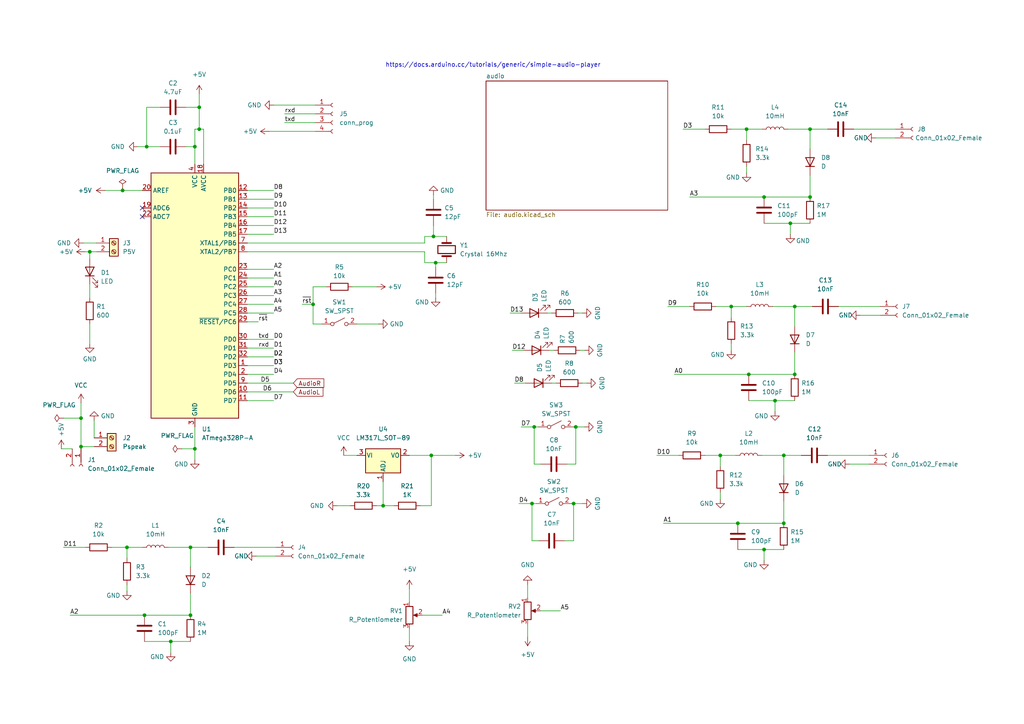
<source format=kicad_sch>
(kicad_sch (version 20211123) (generator eeschema)
  (paper "A4")
  (lib_symbols
    (symbol "Connector:Conn_01x02_Female" (pin_names (offset 1.016) hide)
      (property "Reference" "J" (at 0 2.54 0))
      (property "Value" "Conn_01x02_Female" (at 0 -5.08 0))
      (symbol "Conn_01x02_Female_1_1"
        (arc (start 0 -2.032) (mid -0.508 -2.54) (end 0 -3.048) (stroke (width 0.1524)))
        (polyline (pts (xy -1.27 -2.54) (xy -0.508 -2.54)) (stroke (width 0.1524)))
        (polyline (pts (xy -1.27 0) (xy -0.508 0)) (stroke (width 0.1524)))
        (arc (start 0 0.508) (mid -0.508 0) (end 0 -0.508) (stroke (width 0.1524)))
        (pin passive line (at -5.08 0 0) (length 3.81) (name "Pin_1") (number "1"))
        (pin passive line (at -5.08 -2.54 0) (length 3.81) (name "Pin_2") (number "2"))
      )
    )
    (symbol "Connector:Conn_01x04_Female" (pin_names (offset 1.016) hide)
      (property "Reference" "J" (at 0 5.08 0))
      (property "Value" "Conn_01x04_Female" (at 0 -7.62 0))
      (symbol "Conn_01x04_Female_1_1"
        (arc (start 0 -4.572) (mid -0.508 -5.08) (end 0 -5.588) (stroke (width 0.1524)))
        (arc (start 0 -2.032) (mid -0.508 -2.54) (end 0 -3.048) (stroke (width 0.1524)))
        (polyline (pts (xy -1.27 -5.08) (xy -0.508 -5.08)) (stroke (width 0.1524)))
        (polyline (pts (xy -1.27 -2.54) (xy -0.508 -2.54)) (stroke (width 0.1524)))
        (polyline (pts (xy -1.27 0) (xy -0.508 0)) (stroke (width 0.1524)))
        (polyline (pts (xy -1.27 2.54) (xy -0.508 2.54)) (stroke (width 0.1524)))
        (arc (start 0 0.508) (mid -0.508 0) (end 0 -0.508) (stroke (width 0.1524)))
        (arc (start 0 3.048) (mid -0.508 2.54) (end 0 2.032) (stroke (width 0.1524)))
        (pin passive line (at -5.08 2.54 0) (length 3.81) (name "Pin_1") (number "1"))
        (pin passive line (at -5.08 0 0) (length 3.81) (name "Pin_2") (number "2"))
        (pin passive line (at -5.08 -2.54 0) (length 3.81) (name "Pin_3") (number "3"))
        (pin passive line (at -5.08 -5.08 0) (length 3.81) (name "Pin_4") (number "4"))
      )
    )
    (symbol "Connector:Screw_Terminal_01x02" (pin_names (offset 1.016) hide)
      (property "Reference" "J" (at 0 2.54 0))
      (property "Value" "Screw_Terminal_01x02" (at 0 -5.08 0))
      (symbol "Screw_Terminal_01x02_1_1"
        (rectangle (start -1.27 1.27) (end 1.27 -3.81) (stroke (width 0.254)) (fill (type background)))
        (circle (center 0 -2.54) (radius 0.635) (stroke (width 0.1524)))
        (polyline (pts (xy -0.5334 -2.2098) (xy 0.3302 -3.048)) (stroke (width 0.1524)))
        (polyline (pts (xy -0.5334 0.3302) (xy 0.3302 -0.508)) (stroke (width 0.1524)))
        (polyline (pts (xy -0.3556 -2.032) (xy 0.508 -2.8702)) (stroke (width 0.1524)))
        (polyline (pts (xy -0.3556 0.508) (xy 0.508 -0.3302)) (stroke (width 0.1524)))
        (circle (center 0 0) (radius 0.635) (stroke (width 0.1524)))
        (pin passive line (at -5.08 0 0) (length 3.81) (name "Pin_1") (number "1"))
        (pin passive line (at -5.08 -2.54 0) (length 3.81) (name "Pin_2") (number "2"))
      )
    )
    (symbol "Device:C" (pin_numbers hide) (pin_names (offset 0.254))
      (property "Reference" "C" (at 0.635 2.54 0))
      (property "Value" "C" (at 0.635 -2.54 0))
      (symbol "C_0_1"
        (polyline (pts (xy -2.032 -0.762) (xy 2.032 -0.762)) (stroke (width 0.508)))
        (polyline (pts (xy -2.032 0.762) (xy 2.032 0.762)) (stroke (width 0.508)))
      )
      (symbol "C_1_1"
        (pin passive line (at 0 3.81 270) (length 2.794) (name "~") (number "1"))
        (pin passive line (at 0 -3.81 90) (length 2.794) (name "~") (number "2"))
      )
    )
    (symbol "Device:Crystal" (pin_numbers hide) (pin_names (offset 1.016) hide)
      (property "Reference" "Y" (at 0 3.81 0))
      (property "Value" "Crystal" (at 0 -3.81 0))
      (symbol "Crystal_0_1"
        (rectangle (start -1.143 2.54) (end 1.143 -2.54) (stroke (width 0.3048)))
        (polyline (pts (xy -2.54 0) (xy -1.905 0)))
        (polyline (pts (xy -1.905 -1.27) (xy -1.905 1.27)) (stroke (width 0.508)))
        (polyline (pts (xy 1.905 -1.27) (xy 1.905 1.27)) (stroke (width 0.508)))
        (polyline (pts (xy 2.54 0) (xy 1.905 0)))
      )
      (symbol "Crystal_1_1"
        (pin passive line (at -3.81 0 0) (length 1.27) (name "1") (number "1"))
        (pin passive line (at 3.81 0 180) (length 1.27) (name "2") (number "2"))
      )
    )
    (symbol "Device:D" (pin_numbers hide) (pin_names (offset 1.016) hide)
      (property "Reference" "D" (at 0 2.54 0))
      (property "Value" "D" (at 0 -2.54 0))
      (symbol "D_0_1"
        (polyline (pts (xy -1.27 1.27) (xy -1.27 -1.27)) (stroke (width 0.254)))
        (polyline (pts (xy 1.27 0) (xy -1.27 0)))
        (polyline (pts (xy 1.27 1.27) (xy 1.27 -1.27) (xy -1.27 0) (xy 1.27 1.27)) (stroke (width 0.254)))
      )
      (symbol "D_1_1"
        (pin passive line (at -3.81 0 0) (length 2.54) (name "K") (number "1"))
        (pin passive line (at 3.81 0 180) (length 2.54) (name "A") (number "2"))
      )
    )
    (symbol "Device:L" (pin_numbers hide) (pin_names (offset 1.016) hide)
      (property "Reference" "L" (at -1.27 0 90))
      (property "Value" "L" (at 1.905 0 90))
      (symbol "L_0_1"
        (arc (start 0 -2.54) (mid 0.635 -1.905) (end 0 -1.27))
        (arc (start 0 -1.27) (mid 0.635 -0.635) (end 0 0))
        (arc (start 0 0) (mid 0.635 0.635) (end 0 1.27))
        (arc (start 0 1.27) (mid 0.635 1.905) (end 0 2.54))
      )
      (symbol "L_1_1"
        (pin passive line (at 0 3.81 270) (length 1.27) (name "1") (number "1"))
        (pin passive line (at 0 -3.81 90) (length 1.27) (name "2") (number "2"))
      )
    )
    (symbol "Device:LED" (pin_numbers hide) (pin_names (offset 1.016) hide)
      (property "Reference" "D" (at 0 2.54 0))
      (property "Value" "LED" (at 0 -2.54 0))
      (symbol "LED_0_1"
        (polyline (pts (xy -1.27 -1.27) (xy -1.27 1.27)) (stroke (width 0.254)))
        (polyline (pts (xy -1.27 0) (xy 1.27 0)))
        (polyline (pts (xy 1.27 -1.27) (xy 1.27 1.27) (xy -1.27 0) (xy 1.27 -1.27)) (stroke (width 0.254)))
        (polyline (pts (xy -3.048 -0.762) (xy -4.572 -2.286) (xy -3.81 -2.286) (xy -4.572 -2.286) (xy -4.572 -1.524)))
        (polyline (pts (xy -1.778 -0.762) (xy -3.302 -2.286) (xy -2.54 -2.286) (xy -3.302 -2.286) (xy -3.302 -1.524)))
      )
      (symbol "LED_1_1"
        (pin passive line (at -3.81 0 0) (length 2.54) (name "K") (number "1"))
        (pin passive line (at 3.81 0 180) (length 2.54) (name "A") (number "2"))
      )
    )
    (symbol "Device:R" (pin_numbers hide) (pin_names (offset 0))
      (property "Reference" "R" (at 2.032 0 90))
      (property "Value" "R" (at 0 0 90))
      (symbol "R_0_1"
        (rectangle (start -1.016 -2.54) (end 1.016 2.54) (stroke (width 0.254)))
      )
      (symbol "R_1_1"
        (pin passive line (at 0 3.81 270) (length 1.27) (name "~") (number "1"))
        (pin passive line (at 0 -3.81 90) (length 1.27) (name "~") (number "2"))
      )
    )
    (symbol "Device:R_Potentiometer" (pin_names (offset 1.016) hide)
      (property "Reference" "RV" (at -4.445 0 90))
      (property "Value" "R_Potentiometer" (at -2.54 0 90))
      (symbol "R_Potentiometer_0_1"
        (polyline (pts (xy 2.54 0) (xy 1.524 0)))
        (polyline (pts (xy 1.143 0) (xy 2.286 0.508) (xy 2.286 -0.508) (xy 1.143 0)) (fill (type outline)))
        (rectangle (start 1.016 2.54) (end -1.016 -2.54) (stroke (width 0.254)))
      )
      (symbol "R_Potentiometer_1_1"
        (pin passive line (at 0 3.81 270) (length 1.27) (name "1") (number "1"))
        (pin passive line (at 3.81 0 180) (length 1.27) (name "2") (number "2"))
        (pin passive line (at 0 -3.81 90) (length 1.27) (name "3") (number "3"))
      )
    )
    (symbol "MCU_Microchip_ATmega:ATmega328P-A"
      (property "Reference" "U" (at -12.7 36.83 0))
      (property "Value" "ATmega328P-A" (at 2.54 -36.83 0))
      (symbol "ATmega328P-A_0_1"
        (rectangle (start -12.7 -35.56) (end 12.7 35.56) (stroke (width 0.254)) (fill (type background)))
      )
      (symbol "ATmega328P-A_1_1"
        (pin bidirectional line (at 15.24 -20.32 180) (length 2.54) (name "PD3") (number "1"))
        (pin bidirectional line (at 15.24 -27.94 180) (length 2.54) (name "PD6") (number "10"))
        (pin bidirectional line (at 15.24 -30.48 180) (length 2.54) (name "PD7") (number "11"))
        (pin bidirectional line (at 15.24 30.48 180) (length 2.54) (name "PB0") (number "12"))
        (pin bidirectional line (at 15.24 27.94 180) (length 2.54) (name "PB1") (number "13"))
        (pin bidirectional line (at 15.24 25.4 180) (length 2.54) (name "PB2") (number "14"))
        (pin bidirectional line (at 15.24 22.86 180) (length 2.54) (name "PB3") (number "15"))
        (pin bidirectional line (at 15.24 20.32 180) (length 2.54) (name "PB4") (number "16"))
        (pin bidirectional line (at 15.24 17.78 180) (length 2.54) (name "PB5") (number "17"))
        (pin power_in line (at 2.54 38.1 270) (length 2.54) (name "AVCC") (number "18"))
        (pin input line (at -15.24 25.4 0) (length 2.54) (name "ADC6") (number "19"))
        (pin bidirectional line (at 15.24 -22.86 180) (length 2.54) (name "PD4") (number "2"))
        (pin passive line (at -15.24 30.48 0) (length 2.54) (name "AREF") (number "20"))
        (pin passive line (at 0 -38.1 90) (length 2.54) hide (name "GND") (number "21"))
        (pin input line (at -15.24 22.86 0) (length 2.54) (name "ADC7") (number "22"))
        (pin bidirectional line (at 15.24 7.62 180) (length 2.54) (name "PC0") (number "23"))
        (pin bidirectional line (at 15.24 5.08 180) (length 2.54) (name "PC1") (number "24"))
        (pin bidirectional line (at 15.24 2.54 180) (length 2.54) (name "PC2") (number "25"))
        (pin bidirectional line (at 15.24 0 180) (length 2.54) (name "PC3") (number "26"))
        (pin bidirectional line (at 15.24 -2.54 180) (length 2.54) (name "PC4") (number "27"))
        (pin bidirectional line (at 15.24 -5.08 180) (length 2.54) (name "PC5") (number "28"))
        (pin bidirectional line (at 15.24 -7.62 180) (length 2.54) (name "~{RESET}/PC6") (number "29"))
        (pin power_in line (at 0 -38.1 90) (length 2.54) (name "GND") (number "3"))
        (pin bidirectional line (at 15.24 -12.7 180) (length 2.54) (name "PD0") (number "30"))
        (pin bidirectional line (at 15.24 -15.24 180) (length 2.54) (name "PD1") (number "31"))
        (pin bidirectional line (at 15.24 -17.78 180) (length 2.54) (name "PD2") (number "32"))
        (pin power_in line (at 0 38.1 270) (length 2.54) (name "VCC") (number "4"))
        (pin passive line (at 0 -38.1 90) (length 2.54) hide (name "GND") (number "5"))
        (pin passive line (at 0 38.1 270) (length 2.54) hide (name "VCC") (number "6"))
        (pin bidirectional line (at 15.24 15.24 180) (length 2.54) (name "XTAL1/PB6") (number "7"))
        (pin bidirectional line (at 15.24 12.7 180) (length 2.54) (name "XTAL2/PB7") (number "8"))
        (pin bidirectional line (at 15.24 -25.4 180) (length 2.54) (name "PD5") (number "9"))
      )
    )
    (symbol "Regulator_Linear:LM317L_SOT-89" (pin_names (offset 0.254))
      (property "Reference" "U" (at -3.81 3.175 0))
      (property "Value" "LM317L_SOT-89" (at 0 3.175 0))
      (symbol "LM317L_SOT-89_0_1"
        (rectangle (start -5.08 1.905) (end 5.08 -5.08) (stroke (width 0.254)) (fill (type background)))
      )
      (symbol "LM317L_SOT-89_1_1"
        (pin input line (at 0 -7.62 90) (length 2.54) (name "ADJ") (number "1"))
        (pin power_out line (at 7.62 0 180) (length 2.54) (name "VO") (number "2"))
        (pin power_in line (at -7.62 0 0) (length 2.54) (name "VI") (number "3"))
      )
    )
    (symbol "Switch:SW_SPST" (pin_names (offset 0) hide)
      (property "Reference" "SW" (at 0 3.175 0))
      (property "Value" "SW_SPST" (at 0 -2.54 0))
      (symbol "SW_SPST_0_0"
        (circle (center -2.032 0) (radius 0.508))
        (polyline (pts (xy -1.524 0.254) (xy 1.524 1.778)))
        (circle (center 2.032 0) (radius 0.508))
      )
      (symbol "SW_SPST_1_1"
        (pin passive line (at -5.08 0 0) (length 2.54) (name "A") (number "1"))
        (pin passive line (at 5.08 0 180) (length 2.54) (name "B") (number "2"))
      )
    )
    (symbol "power:+5V" (power) (pin_names (offset 0))
      (property "Value" "+5V" (at 0 3.556 0))
      (symbol "+5V_0_1"
        (polyline (pts (xy -0.762 1.27) (xy 0 2.54)))
        (polyline (pts (xy 0 0) (xy 0 2.54)))
        (polyline (pts (xy 0 2.54) (xy 0.762 1.27)))
      )
      (symbol "+5V_1_1"
        (pin power_in line (at 0 0 90) (length 0) hide (name "+5V") (number "1"))
      )
    )
    (symbol "power:GND" (power) (pin_names (offset 0))
      (property "Value" "GND" (at 0 -3.81 0))
      (symbol "GND_0_1"
        (polyline (pts (xy 0 0) (xy 0 -1.27) (xy 1.27 -1.27) (xy 0 -2.54) (xy -1.27 -1.27) (xy 0 -1.27)))
      )
      (symbol "GND_1_1"
        (pin power_in line (at 0 0 270) (length 0) hide (name "GND") (number "1"))
      )
    )
    (symbol "power:PWR_FLAG" (power) (pin_numbers hide) (pin_names (offset 0) hide)
      (property "Value" "PWR_FLAG" (at 0 3.81 0))
      (symbol "PWR_FLAG_0_0"
        (pin power_out line (at 0 0 90) (length 0) (name "pwr") (number "1"))
      )
      (symbol "PWR_FLAG_0_1"
        (polyline (pts (xy 0 0) (xy 0 1.27) (xy -1.016 1.905) (xy 0 2.54) (xy 1.016 1.905) (xy 0 1.27)))
      )
    )
    (symbol "power:VCC" (power) (pin_names (offset 0))
      (property "Value" "VCC" (at 0 3.81 0))
      (symbol "VCC_0_1"
        (polyline (pts (xy -0.762 1.27) (xy 0 2.54)))
        (polyline (pts (xy 0 0) (xy 0 2.54)))
        (polyline (pts (xy 0 2.54) (xy 0.762 1.27)))
      )
      (symbol "VCC_1_1"
        (pin power_in line (at 0 0 90) (length 0) hide (name "VCC") (number "1"))
      )
    )
  )
  (junction (at 234.95 37.465))
  (junction (at 35.56 55.245))
  (junction (at 221.615 57.15))
  (junction (at 111.125 146.685))
  (junction (at 154.94 123.825))
  (junction (at 221.615 159.385))
  (junction (at 166.37 146.05))
  (junction (at 213.995 151.765))
  (junction (at 55.245 158.75))
  (junction (at 230.505 88.9))
  (junction (at 230.505 108.585))
  (junction (at 90.805 88.265))
  (junction (at 227.33 151.765))
  (junction (at 212.09 88.9))
  (junction (at 154.305 146.05))
  (junction (at 23.495 121.285))
  (junction (at 42.545 42.545))
  (junction (at 56.515 130.175))
  (junction (at 229.235 64.77))
  (junction (at 55.245 178.435))
  (junction (at 167.005 123.825))
  (junction (at 208.915 132.08))
  (junction (at 26.035 73.025))
  (junction (at 216.535 37.465))
  (junction (at 57.785 37.465))
  (junction (at 56.515 42.545))
  (junction (at 234.95 57.15))
  (junction (at 36.83 158.75))
  (junction (at 125.095 132.08))
  (junction (at 227.33 132.08))
  (junction (at 125.73 68.58))
  (junction (at 41.91 178.435))
  (junction (at 57.785 31.115))
  (junction (at 217.17 108.585))
  (junction (at 49.53 186.055))
  (junction (at 23.495 129.54))
  (junction (at 126.365 76.2))
  (junction (at 224.79 116.205))
  (no_connect (at 41.275 60.325))
  (no_connect (at 41.275 62.865))
  (wire (pts (xy 165.735 146.05) (xy 166.37 146.05)))
  (wire (pts (xy 71.755 88.265) (xy 79.375 88.265)))
  (wire (pts (xy 26.035 93.98) (xy 26.035 99.695)))
  (wire (pts (xy 27.305 121.92) (xy 27.305 127)))
  (wire (pts (xy 208.915 132.08) (xy 213.36 132.08)))
  (wire (pts (xy 87.63 88.265) (xy 90.805 88.265)))
  (wire (pts (xy 71.755 90.805) (xy 79.375 90.805)))
  (wire (pts (xy 125.095 146.685) (xy 125.095 132.08)))
  (wire (pts (xy 41.91 186.055) (xy 49.53 186.055)))
  (wire (pts (xy 254 40.005) (xy 259.715 40.005)))
  (wire (pts (xy 26.035 82.55) (xy 26.035 86.36)))
  (wire (pts (xy 36.83 169.545) (xy 36.83 171.45)))
  (wire (pts (xy 97.79 146.685) (xy 101.6 146.685)))
  (wire (pts (xy 126.365 86.36) (xy 126.365 85.09)))
  (wire (pts (xy 123.19 73.025) (xy 123.19 76.2)))
  (wire (pts (xy 221.615 159.385) (xy 227.33 159.385)))
  (wire (pts (xy 148.59 101.6) (xy 151.765 101.6)))
  (wire (pts (xy 217.17 108.585) (xy 230.505 108.585)))
  (wire (pts (xy 56.515 130.175) (xy 56.515 133.35)))
  (wire (pts (xy 56.515 123.825) (xy 56.515 130.175)))
  (wire (pts (xy 213.995 151.765) (xy 227.33 151.765)))
  (wire (pts (xy 221.615 159.385) (xy 221.615 162.56)))
  (wire (pts (xy 243.205 88.9) (xy 255.27 88.9)))
  (wire (pts (xy 193.675 88.9) (xy 200.025 88.9)))
  (wire (pts (xy 18.415 158.75) (xy 24.765 158.75)))
  (wire (pts (xy 125.73 56.515) (xy 125.73 57.785)))
  (wire (pts (xy 71.755 85.725) (xy 79.375 85.725)))
  (wire (pts (xy 18.415 121.285) (xy 23.495 121.285)))
  (wire (pts (xy 230.505 88.9) (xy 235.585 88.9)))
  (wire (pts (xy 71.755 80.645) (xy 79.375 80.645)))
  (wire (pts (xy 24.13 70.485) (xy 27.94 70.485)))
  (wire (pts (xy 213.995 159.385) (xy 221.615 159.385)))
  (wire (pts (xy 123.19 68.58) (xy 123.19 70.485)))
  (wire (pts (xy 221.615 64.77) (xy 229.235 64.77)))
  (wire (pts (xy 82.55 33.02) (xy 91.44 33.02)))
  (wire (pts (xy 153.035 169.545) (xy 153.035 173.355)))
  (wire (pts (xy 212.09 99.695) (xy 212.09 101.6)))
  (wire (pts (xy 246.38 134.62) (xy 252.095 134.62)))
  (wire (pts (xy 159.385 101.6) (xy 160.655 101.6)))
  (wire (pts (xy 123.19 68.58) (xy 125.73 68.58)))
  (wire (pts (xy 71.755 65.405) (xy 79.375 65.405)))
  (wire (pts (xy 216.535 37.465) (xy 220.98 37.465)))
  (wire (pts (xy 71.755 116.205) (xy 79.375 116.205)))
  (wire (pts (xy 166.37 146.05) (xy 166.37 156.845)))
  (wire (pts (xy 71.755 57.785) (xy 79.375 57.785)))
  (wire (pts (xy 52.705 130.175) (xy 56.515 130.175)))
  (wire (pts (xy 216.535 48.26) (xy 216.535 50.165)))
  (wire (pts (xy 20.32 178.435) (xy 41.91 178.435)))
  (wire (pts (xy 71.755 108.585) (xy 79.375 108.585)))
  (wire (pts (xy 42.545 42.545) (xy 42.545 31.115)))
  (wire (pts (xy 212.09 88.9) (xy 216.535 88.9)))
  (wire (pts (xy 35.56 54.61) (xy 35.56 55.245)))
  (wire (pts (xy 164.465 134.62) (xy 167.005 134.62)))
  (wire (pts (xy 30.48 55.245) (xy 35.56 55.245)))
  (wire (pts (xy 55.245 158.75) (xy 60.325 158.75)))
  (wire (pts (xy 230.505 102.235) (xy 230.505 108.585)))
  (wire (pts (xy 156.845 177.165) (xy 162.56 177.165)))
  (wire (pts (xy 240.03 132.08) (xy 252.095 132.08)))
  (wire (pts (xy 123.19 76.2) (xy 126.365 76.2)))
  (wire (pts (xy 59.055 37.465) (xy 57.785 37.465)))
  (wire (pts (xy 90.805 83.185) (xy 94.615 83.185)))
  (wire (pts (xy 195.58 108.585) (xy 217.17 108.585)))
  (wire (pts (xy 227.33 132.08) (xy 232.41 132.08)))
  (wire (pts (xy 208.915 142.875) (xy 208.915 144.78)))
  (wire (pts (xy 204.47 132.08) (xy 208.915 132.08)))
  (wire (pts (xy 122.555 178.435) (xy 128.27 178.435)))
  (wire (pts (xy 154.94 123.825) (xy 156.21 123.825)))
  (wire (pts (xy 32.385 158.75) (xy 36.83 158.75)))
  (wire (pts (xy 227.33 132.08) (xy 227.33 137.795)))
  (wire (pts (xy 166.37 123.825) (xy 167.005 123.825)))
  (wire (pts (xy 55.245 158.75) (xy 55.245 164.465)))
  (wire (pts (xy 71.755 103.505) (xy 79.375 103.505)))
  (wire (pts (xy 149.225 111.125) (xy 152.4 111.125)))
  (wire (pts (xy 109.22 146.685) (xy 111.125 146.685)))
  (wire (pts (xy 126.365 76.2) (xy 129.54 76.2)))
  (wire (pts (xy 200.025 57.15) (xy 221.615 57.15)))
  (wire (pts (xy 168.91 111.125) (xy 170.18 111.125)))
  (wire (pts (xy 71.755 93.345) (xy 74.93 93.345)))
  (wire (pts (xy 208.915 132.08) (xy 208.915 135.255)))
  (wire (pts (xy 71.755 70.485) (xy 123.19 70.485)))
  (wire (pts (xy 82.55 35.56) (xy 91.44 35.56)))
  (wire (pts (xy 71.755 73.025) (xy 123.19 73.025)))
  (wire (pts (xy 217.17 116.205) (xy 224.79 116.205)))
  (wire (pts (xy 17.78 130.175) (xy 20.955 130.175)))
  (wire (pts (xy 220.98 132.08) (xy 227.33 132.08)))
  (wire (pts (xy 71.755 113.665) (xy 85.09 113.665)))
  (wire (pts (xy 111.125 146.685) (xy 111.125 139.7)))
  (wire (pts (xy 42.545 31.115) (xy 46.355 31.115)))
  (wire (pts (xy 166.37 146.05) (xy 168.91 146.05)))
  (wire (pts (xy 23.495 129.54) (xy 23.495 130.175)))
  (wire (pts (xy 224.155 88.9) (xy 230.505 88.9)))
  (wire (pts (xy 234.95 37.465) (xy 240.03 37.465)))
  (wire (pts (xy 156.21 156.845) (xy 154.305 156.845)))
  (wire (pts (xy 26.035 73.025) (xy 27.94 73.025)))
  (wire (pts (xy 71.755 100.965) (xy 79.375 100.965)))
  (wire (pts (xy 27.305 129.54) (xy 23.495 129.54)))
  (wire (pts (xy 57.785 37.465) (xy 56.515 37.465)))
  (wire (pts (xy 53.975 42.545) (xy 56.515 42.545)))
  (wire (pts (xy 234.95 50.8) (xy 234.95 57.15)))
  (wire (pts (xy 125.095 132.08) (xy 132.08 132.08)))
  (wire (pts (xy 111.125 146.685) (xy 114.3 146.685)))
  (wire (pts (xy 121.92 146.685) (xy 125.095 146.685)))
  (wire (pts (xy 229.235 64.77) (xy 234.95 64.77)))
  (wire (pts (xy 99.695 132.08) (xy 103.505 132.08)))
  (wire (pts (xy 90.805 88.265) (xy 90.805 83.185)))
  (wire (pts (xy 158.75 90.805) (xy 160.02 90.805)))
  (wire (pts (xy 23.495 116.84) (xy 23.495 121.285)))
  (wire (pts (xy 160.02 111.125) (xy 161.29 111.125)))
  (wire (pts (xy 229.235 64.77) (xy 229.235 67.945)))
  (wire (pts (xy 57.785 27.305) (xy 57.785 31.115)))
  (wire (pts (xy 212.09 37.465) (xy 216.535 37.465)))
  (wire (pts (xy 167.005 123.825) (xy 169.545 123.825)))
  (wire (pts (xy 56.515 42.545) (xy 56.515 47.625)))
  (wire (pts (xy 74.295 161.29) (xy 80.01 161.29)))
  (wire (pts (xy 147.955 90.805) (xy 151.13 90.805)))
  (wire (pts (xy 153.035 180.975) (xy 153.035 184.785)))
  (wire (pts (xy 168.275 101.6) (xy 169.545 101.6)))
  (wire (pts (xy 207.645 88.9) (xy 212.09 88.9)))
  (wire (pts (xy 198.12 37.465) (xy 204.47 37.465)))
  (wire (pts (xy 192.405 151.765) (xy 213.995 151.765)))
  (wire (pts (xy 118.745 182.245) (xy 118.745 186.055)))
  (wire (pts (xy 42.545 42.545) (xy 46.355 42.545)))
  (wire (pts (xy 228.6 37.465) (xy 234.95 37.465)))
  (wire (pts (xy 154.305 146.05) (xy 155.575 146.05)))
  (wire (pts (xy 71.755 111.125) (xy 85.09 111.125)))
  (wire (pts (xy 41.91 178.435) (xy 55.245 178.435)))
  (wire (pts (xy 71.755 106.045) (xy 79.375 106.045)))
  (wire (pts (xy 49.53 186.055) (xy 55.245 186.055)))
  (wire (pts (xy 230.505 88.9) (xy 230.505 94.615)))
  (wire (pts (xy 125.095 132.08) (xy 118.745 132.08)))
  (wire (pts (xy 59.055 47.625) (xy 59.055 37.465)))
  (wire (pts (xy 126.365 76.2) (xy 126.365 77.47)))
  (wire (pts (xy 71.755 83.185) (xy 79.375 83.185)))
  (wire (pts (xy 154.94 123.825) (xy 154.94 134.62)))
  (wire (pts (xy 156.845 134.62) (xy 154.94 134.62)))
  (wire (pts (xy 216.535 37.465) (xy 216.535 40.64)))
  (wire (pts (xy 125.73 68.58) (xy 129.54 68.58)))
  (wire (pts (xy 150.495 146.05) (xy 154.305 146.05)))
  (wire (pts (xy 224.79 116.205) (xy 224.79 119.38)))
  (wire (pts (xy 167.64 90.805) (xy 168.91 90.805)))
  (wire (pts (xy 79.375 30.48) (xy 91.44 30.48)))
  (wire (pts (xy 36.83 158.75) (xy 41.275 158.75)))
  (wire (pts (xy 49.53 186.055) (xy 49.53 189.23)))
  (wire (pts (xy 151.13 123.825) (xy 154.94 123.825)))
  (wire (pts (xy 224.79 116.205) (xy 230.505 116.205)))
  (wire (pts (xy 35.56 55.245) (xy 41.275 55.245)))
  (wire (pts (xy 102.235 83.185) (xy 109.22 83.185)))
  (wire (pts (xy 78.105 38.1) (xy 91.44 38.1)))
  (wire (pts (xy 36.83 158.75) (xy 36.83 161.925)))
  (wire (pts (xy 71.755 98.425) (xy 79.375 98.425)))
  (wire (pts (xy 53.975 31.115) (xy 57.785 31.115)))
  (wire (pts (xy 247.65 37.465) (xy 259.715 37.465)))
  (wire (pts (xy 26.035 73.025) (xy 26.035 74.93)))
  (wire (pts (xy 249.555 91.44) (xy 255.27 91.44)))
  (wire (pts (xy 190.5 132.08) (xy 196.85 132.08)))
  (wire (pts (xy 56.515 37.465) (xy 56.515 42.545)))
  (wire (pts (xy 118.745 170.815) (xy 118.745 174.625)))
  (wire (pts (xy 71.755 60.325) (xy 79.375 60.325)))
  (wire (pts (xy 23.495 121.285) (xy 23.495 129.54)))
  (wire (pts (xy 24.765 73.025) (xy 26.035 73.025)))
  (wire (pts (xy 234.95 37.465) (xy 234.95 43.18)))
  (wire (pts (xy 125.73 65.405) (xy 125.73 68.58)))
  (wire (pts (xy 57.785 31.115) (xy 57.785 37.465)))
  (wire (pts (xy 40.005 42.545) (xy 42.545 42.545)))
  (wire (pts (xy 71.755 62.865) (xy 79.375 62.865)))
  (wire (pts (xy 93.345 93.98) (xy 90.805 93.98)))
  (wire (pts (xy 48.895 158.75) (xy 55.245 158.75)))
  (wire (pts (xy 67.945 158.75) (xy 80.01 158.75)))
  (wire (pts (xy 154.305 146.05) (xy 154.305 156.845)))
  (wire (pts (xy 71.755 55.245) (xy 79.375 55.245)))
  (wire (pts (xy 103.505 93.98) (xy 109.855 93.98)))
  (wire (pts (xy 163.83 156.845) (xy 166.37 156.845)))
  (wire (pts (xy 71.755 67.945) (xy 79.375 67.945)))
  (wire (pts (xy 71.755 78.105) (xy 79.375 78.105)))
  (wire (pts (xy 167.005 123.825) (xy 167.005 134.62)))
  (wire (pts (xy 221.615 57.15) (xy 234.95 57.15)))
  (wire (pts (xy 227.33 145.415) (xy 227.33 151.765)))
  (wire (pts (xy 212.09 88.9) (xy 212.09 92.075)))
  (wire (pts (xy 90.805 93.98) (xy 90.805 88.265)))
  (wire (pts (xy 55.245 172.085) (xy 55.245 178.435)))
  (text "https://docs.arduino.cc/tutorials/generic/simple-audio-player" (at 111.76 19.685 0) (effects (font (size 1.27 1.27)) (justify left bottom)))
  (label "A0" (at 79.375 83.185 0))
  (label "D12" (at 148.59 101.6 0))
  (label "D11" (at 79.375 62.865 0))
  (label "D4" (at 150.495 146.05 0))
  (label "A4" (at 79.375 88.265 0))
  (label "A4" (at 128.27 178.435 0))
  (label "~{rst}" (at 87.63 88.265 0))
  (label "D3" (at 79.375 106.045 0))
  (label "D3" (at 79.375 106.045 0))
  (label "D13" (at 79.375 67.945 0))
  (label "A5" (at 162.56 177.165 0))
  (label "D3" (at 198.12 37.465 0))
  (label "txd" (at 74.93 98.425 0))
  (label "A3" (at 79.375 85.725 0))
  (label "D7" (at 79.375 116.205 0))
  (label "D11" (at 18.415 158.75 0))
  (label "A2" (at 20.32 178.435 0))
  (label "D4" (at 79.375 108.585 0))
  (label "D12" (at 79.375 65.405 0))
  (label "D6" (at 76.2 113.665 0))
  (label "A1" (at 192.405 151.765 0))
  (label "txd" (at 82.55 35.56 0))
  (label "D0" (at 79.375 98.425 0))
  (label "D7" (at 151.13 123.825 0))
  (label "D9" (at 79.375 57.785 0))
  (label "A3" (at 200.025 57.15 0))
  (label "A2" (at 79.375 78.105 0))
  (label "A0" (at 195.58 108.585 0))
  (label "D1" (at 79.375 100.965 0))
  (label "D5" (at 75.565 111.125 0))
  (label "D9" (at 193.675 88.9 0))
  (label "D2" (at 79.375 103.505 0))
  (label "A1" (at 79.375 80.645 0))
  (label "D8" (at 79.375 55.245 0))
  (label "~{rst}" (at 74.93 93.345 0))
  (label "D10" (at 190.5 132.08 0))
  (label "rxd" (at 82.55 33.02 0))
  (label "rxd" (at 74.93 100.965 0))
  (label "D2" (at 79.375 103.505 0))
  (label "D10" (at 79.375 60.325 0))
  (label "D8" (at 149.225 111.125 0))
  (label "A5" (at 79.375 90.805 0))
  (label "D13" (at 147.955 90.805 0))
  (global_label "AudioR" (shape input) (at 85.09 111.125 0) (property "Intersheet References" "${INTERSHEET_REFS}" (effects hide)))
  (global_label "AudioL" (shape input) (at 85.09 113.665 0) (property "Intersheet References" "${INTERSHEET_REFS}" (effects hide)))
  (symbol (lib_id "Device:C") (at 126.365 81.28 0) (unit 1)
    (property "Reference" "C6" (at 129.54 80.0099 0) (effects (justify left)))
    (property "Value" "12pF" (at 129.54 82.5499 0) (effects (justify left)))
    (property "Footprint" "Capacitor_SMD:C_0603_1608Metric_Pad1.08x0.95mm_HandSolder" (effects hide))
  )
  (symbol (lib_id "Device:D") (at 230.505 98.425 90) (unit 1)
    (property "Reference" "D7" (at 233.68 97.1549 90) (effects (justify right)))
    (property "Value" "D" (at 233.68 99.6949 90) (effects (justify right)))
    (property "Footprint" "Diode_SMD:D_0603_1608Metric_Pad1.05x0.95mm_HandSolder" (effects hide))
  )
  (symbol (lib_id "power:GND") (at 168.91 146.05 90) (unit 1)
    (property "Reference" "#PWR025" (effects hide))
    (property "Value" "GND" (at 173.355 146.05 0))
  )
  (symbol (lib_id "power:PWR_FLAG") (at 52.705 130.175 90) (unit 1)
    (property "Reference" "#FLG03" (effects hide))
    (property "Value" "PWR_FLAG" (at 51.435 126.365 90))
  )
  (symbol (lib_id "power:+5V") (at 57.785 27.305 0) (unit 1)
    (property "Reference" "#PWR012" (effects hide))
    (property "Value" "+5V" (at 57.785 21.59 0))
  )
  (symbol (lib_id "power:GND") (at 221.615 162.56 0) (unit 1)
    (property "Reference" "#PWR032" (effects hide))
    (property "Value" "GND" (at 219.71 163.8301 0) (effects (justify right)))
  )
  (symbol (lib_id "Switch:SW_SPST") (at 160.655 146.05 0) (unit 1)
    (property "Reference" "SW2" (at 160.655 139.7 0))
    (property "Value" "SW_SPST" (at 160.655 142.24 0))
    (property "Footprint" "Button_Switch_SMD:SW_Push_1P1T_NO_6x6mm_H9.5mm" (effects hide))
  )
  (symbol (lib_id "Device:LED") (at 26.035 78.74 90) (unit 1)
    (property "Reference" "D1" (at 29.21 79.0574 90) (effects (justify right)))
    (property "Value" "LED" (at 29.21 81.5974 90) (effects (justify right)))
    (property "Footprint" "LED_SMD:LED_0603_1608Metric_Pad1.05x0.95mm_HandSolder" (effects hide))
  )
  (symbol (lib_id "Device:R") (at 118.11 146.685 270) (unit 1)
    (property "Reference" "R21" (at 118.11 140.97 90))
    (property "Value" "1K" (at 118.11 143.51 90))
    (property "Footprint" "Resistor_SMD:R_0603_1608Metric_Pad0.98x0.95mm_HandSolder" (effects hide))
  )
  (symbol (lib_id "Device:R") (at 26.035 90.17 0) (unit 1)
    (property "Reference" "R1" (at 27.94 88.8999 0) (effects (justify left)))
    (property "Value" "600" (at 27.94 91.4399 0) (effects (justify left)))
    (property "Footprint" "Resistor_SMD:R_0603_1608Metric_Pad0.98x0.95mm_HandSolder" (effects hide))
  )
  (symbol (lib_id "power:GND") (at 40.005 42.545 270) (unit 1)
    (property "Reference" "#PWR09" (effects hide))
    (property "Value" "GND" (at 36.195 42.5449 90) (effects (justify right)))
  )
  (symbol (lib_id "Device:R") (at 105.41 146.685 270) (unit 1)
    (property "Reference" "R20" (at 105.41 140.97 90))
    (property "Value" "3.3k" (at 105.41 143.51 90))
    (property "Footprint" "Resistor_SMD:R_0603_1608Metric_Pad0.98x0.95mm_HandSolder" (effects hide))
  )
  (symbol (lib_id "power:GND") (at 27.305 121.92 180) (unit 1)
    (property "Reference" "#PWR06" (effects hide))
    (property "Value" "GND" (at 29.21 120.6499 0) (effects (justify right)))
  )
  (symbol (lib_id "power:GND") (at 153.035 169.545 180) (unit 1)
    (property "Reference" "#PWR023" (effects hide))
    (property "Value" "GND" (at 153.035 163.83 0))
  )
  (symbol (lib_id "Device:R") (at 28.575 158.75 90) (unit 1)
    (property "Reference" "R2" (at 28.575 152.4 90))
    (property "Value" "10k" (at 28.575 154.94 90))
    (property "Footprint" "Resistor_SMD:R_0603_1608Metric_Pad0.98x0.95mm_HandSolder" (effects hide))
  )
  (symbol (lib_id "Connector:Conn_01x02_Female") (at 264.795 37.465 0) (unit 1)
    (property "Reference" "J8" (at 266.065 37.4649 0) (effects (justify left)))
    (property "Value" "Conn_01x02_Female" (at 265.43 40.005 0) (effects (justify left)))
    (property "Footprint" "Connector_PinHeader_2.54mm:PinHeader_1x02_P2.54mm_Vertical" (effects hide))
  )
  (symbol (lib_id "power:GND") (at 169.545 101.6 90) (unit 1)
    (property "Reference" "#PWR026" (effects hide))
    (property "Value" "GND" (at 173.99 101.6 0))
  )
  (symbol (lib_id "power:+5V") (at 118.745 170.815 0) (unit 1)
    (property "Reference" "#PWR018" (effects hide))
    (property "Value" "+5V" (at 118.745 165.1 0))
  )
  (symbol (lib_id "Switch:SW_SPST") (at 98.425 93.98 0) (unit 1)
    (property "Reference" "SW1" (at 98.425 87.63 0))
    (property "Value" "SW_SPST" (at 98.425 90.17 0))
    (property "Footprint" "Button_Switch_SMD:SW_Push_1P1T_NO_6x6mm_H9.5mm" (effects hide))
  )
  (symbol (lib_id "Device:C") (at 239.395 88.9 90) (unit 1)
    (property "Reference" "C13" (at 239.395 81.28 90))
    (property "Value" "10nF" (at 239.395 83.82 90))
    (property "Footprint" "Capacitor_SMD:C_0603_1608Metric_Pad1.08x0.95mm_HandSolder" (effects hide))
  )
  (symbol (lib_id "Switch:SW_SPST") (at 161.29 123.825 0) (unit 1)
    (property "Reference" "SW3" (at 161.29 117.475 0))
    (property "Value" "SW_SPST" (at 161.29 120.015 0))
    (property "Footprint" "Button_Switch_SMD:SW_Push_1P1T_NO_6x6mm_H9.5mm" (effects hide))
  )
  (symbol (lib_id "power:+5V") (at 30.48 55.245 90) (unit 1)
    (property "Reference" "#PWR07" (effects hide))
    (property "Value" "+5V" (at 26.67 55.245 90) (effects (justify left)))
  )
  (symbol (lib_id "MCU_Microchip_ATmega:ATmega328P-A") (at 56.515 85.725 0) (unit 1)
    (property "Reference" "U1" (at 58.5344 124.46 0) (effects (justify left)))
    (property "Value" "ATmega328P-A" (at 58.5344 127 0) (effects (justify left)))
    (property "Footprint" "Package_QFP:TQFP-32_7x7mm_P0.8mm" (effects hide))
    (property "Datasheet" "http://ww1.microchip.com/downloads/en/DeviceDoc/ATmega328_P%20AVR%20MCU%20with%20picoPower%20Technology%20Data%20Sheet%2040001984A.pdf" (effects hide))
  )
  (symbol (lib_id "power:VCC") (at 23.495 116.84 0) (unit 1)
    (property "Reference" "#PWR02" (effects hide))
    (property "Value" "VCC" (at 23.495 111.76 0))
  )
  (symbol (lib_id "power:+5V") (at 78.105 38.1 90) (unit 1)
    (property "Reference" "#PWR014" (effects hide))
    (property "Value" "+5V" (at 70.485 38.1 90) (effects (justify right)))
  )
  (symbol (lib_id "power:+5V") (at 109.22 83.185 270) (unit 1)
    (property "Reference" "#PWR016" (effects hide))
    (property "Value" "+5V" (at 112.395 83.1849 90) (effects (justify left)))
  )
  (symbol (lib_id "power:GND") (at 109.855 93.98 90) (unit 1)
    (property "Reference" "#PWR017" (effects hide))
    (property "Value" "GND" (at 113.03 93.9799 90) (effects (justify right)))
  )
  (symbol (lib_id "Connector:Conn_01x02_Female") (at 85.09 158.75 0) (unit 1)
    (property "Reference" "J4" (at 86.36 158.7499 0) (effects (justify left)))
    (property "Value" "Conn_01x02_Female" (at 86.36 161.2899 0) (effects (justify left)))
    (property "Footprint" "Connector_PinHeader_2.54mm:PinHeader_1x02_P2.54mm_Vertical" (effects hide))
  )
  (symbol (lib_id "power:GND") (at 126.365 86.36 0) (unit 1)
    (property "Reference" "#PWR021" (effects hide))
    (property "Value" "GND" (at 124.46 87.6301 0) (effects (justify right)))
  )
  (symbol (lib_id "power:GND") (at 79.375 30.48 270) (unit 1)
    (property "Reference" "#PWR015" (effects hide))
    (property "Value" "GND" (at 71.755 30.48 90) (effects (justify left)))
  )
  (symbol (lib_id "power:GND") (at 216.535 50.165 0) (unit 1)
    (property "Reference" "#PWR031" (effects hide))
    (property "Value" "GND" (at 214.63 51.4351 0) (effects (justify right)))
  )
  (symbol (lib_id "power:GND") (at 118.745 186.055 0) (unit 1)
    (property "Reference" "#PWR019" (effects hide))
    (property "Value" "GND" (at 118.745 191.135 0))
  )
  (symbol (lib_id "power:GND") (at 24.13 70.485 270) (unit 1)
    (property "Reference" "#PWR03" (effects hide))
    (property "Value" "GND" (at 16.51 70.485 90) (effects (justify left)))
  )
  (symbol (lib_id "Device:C") (at 213.995 155.575 180) (unit 1)
    (property "Reference" "C9" (at 217.805 154.3049 0) (effects (justify right)))
    (property "Value" "100pF" (at 217.805 156.8449 0) (effects (justify right)))
    (property "Footprint" "Capacitor_SMD:C_0603_1608Metric_Pad1.08x0.95mm_HandSolder" (effects hide))
  )
  (symbol (lib_id "power:GND") (at 97.79 146.685 270) (unit 1)
    (property "Reference" "#PWR049" (effects hide))
    (property "Value" "GND" (at 93.98 146.6849 90) (effects (justify right)))
  )
  (symbol (lib_id "Device:L") (at 224.79 37.465 90) (unit 1)
    (property "Reference" "L4" (at 224.79 31.115 90))
    (property "Value" "10mH" (at 224.79 33.655 90))
    (property "Footprint" "Inductor_THT:L_Radial_D7.5mm_P5.00mm_Fastron_07P" (effects hide))
  )
  (symbol (lib_id "Connector:Conn_01x02_Female") (at 257.175 132.08 0) (unit 1)
    (property "Reference" "J6" (at 258.445 132.0799 0) (effects (justify left)))
    (property "Value" "Conn_01x02_Female" (at 258.445 134.6199 0) (effects (justify left)))
    (property "Footprint" "Connector_PinHeader_2.54mm:PinHeader_1x02_P2.54mm_Vertical" (effects hide))
  )
  (symbol (lib_id "Device:L") (at 217.17 132.08 90) (unit 1)
    (property "Reference" "L2" (at 217.17 125.73 90))
    (property "Value" "10mH" (at 217.17 128.27 90))
    (property "Footprint" "Inductor_THT:L_Radial_D7.5mm_P5.00mm_Fastron_07P" (effects hide))
  )
  (symbol (lib_id "Device:C") (at 160.655 134.62 90) (unit 1)
    (property "Reference" "C8" (at 160.655 127.635 90))
    (property "Value" "10nF" (at 160.655 130.175 90))
    (property "Footprint" "Capacitor_SMD:C_0603_1608Metric_Pad1.08x0.95mm_HandSolder" (effects hide))
  )
  (symbol (lib_id "power:GND") (at 246.38 134.62 270) (unit 1)
    (property "Reference" "#PWR035" (effects hide))
    (property "Value" "GND" (at 240.03 134.62 90) (effects (justify left)))
  )
  (symbol (lib_id "Device:C") (at 125.73 61.595 0) (unit 1)
    (property "Reference" "C5" (at 128.905 60.3249 0) (effects (justify left)))
    (property "Value" "12pF" (at 128.905 62.8649 0) (effects (justify left)))
    (property "Footprint" "Capacitor_SMD:C_0603_1608Metric_Pad1.08x0.95mm_HandSolder" (effects hide))
  )
  (symbol (lib_id "power:GND") (at 36.83 171.45 0) (unit 1)
    (property "Reference" "#PWR08" (effects hide))
    (property "Value" "GND" (at 34.925 172.7201 0) (effects (justify right)))
  )
  (symbol (lib_id "Device:L") (at 45.085 158.75 90) (unit 1)
    (property "Reference" "L1" (at 45.085 152.4 90))
    (property "Value" "10mH" (at 45.085 154.94 90))
    (property "Footprint" "Inductor_THT:L_Radial_D7.5mm_P5.00mm_Fastron_07P" (effects hide))
  )
  (symbol (lib_id "power:GND") (at 249.555 91.44 270) (unit 1)
    (property "Reference" "#PWR036" (effects hide))
    (property "Value" "GND" (at 243.205 91.44 90) (effects (justify left)))
  )
  (symbol (lib_id "Device:R_Potentiometer") (at 118.745 178.435 0) (unit 1)
    (property "Reference" "RV1" (at 116.84 177.1649 0) (effects (justify right)))
    (property "Value" "R_Potentiometer" (at 116.84 179.7049 0) (effects (justify right)))
    (property "Footprint" "Potentiometer_THT:Potentiometer_Bourns_PTV09A-1_Single_Vertical" (effects hide))
  )
  (symbol (lib_id "Connector:Conn_01x02_Female") (at 23.495 135.255 270) (unit 1)
    (property "Reference" "J1" (at 25.4 133.3499 90) (effects (justify left)))
    (property "Value" "Conn_01x02_Female" (at 25.4 135.8899 90) (effects (justify left)))
    (property "Footprint" "Connector_PinHeader_2.54mm:PinHeader_1x02_P2.54mm_Vertical" (effects hide))
  )
  (symbol (lib_id "Connector:Screw_Terminal_01x02") (at 32.385 127 0) (unit 1)
    (property "Reference" "J2" (at 35.56 126.9999 0) (effects (justify left)))
    (property "Value" "Pspeak" (at 35.56 129.5399 0) (effects (justify left)))
    (property "Footprint" "TerminalBlock:TerminalBlock_bornier-2_P5.08mm" (effects hide))
  )
  (symbol (lib_id "power:GND") (at 169.545 123.825 90) (unit 1)
    (property "Reference" "#PWR027" (effects hide))
    (property "Value" "GND" (at 173.99 123.825 0))
  )
  (symbol (lib_id "Device:R") (at 234.95 60.96 180) (unit 1)
    (property "Reference" "R17" (at 236.855 59.6899 0) (effects (justify right)))
    (property "Value" "1M" (at 236.855 62.2299 0) (effects (justify right)))
    (property "Footprint" "Resistor_SMD:R_0603_1608Metric_Pad0.98x0.95mm_HandSolder" (effects hide))
  )
  (symbol (lib_id "power:GND") (at 56.515 133.35 0) (unit 1)
    (property "Reference" "#PWR011" (effects hide))
    (property "Value" "GND" (at 54.61 134.6201 0) (effects (justify right)))
  )
  (symbol (lib_id "Device:R_Potentiometer") (at 153.035 177.165 0) (unit 1)
    (property "Reference" "RV2" (at 151.13 175.8949 0) (effects (justify right)))
    (property "Value" "R_Potentiometer" (at 151.13 178.4349 0) (effects (justify right)))
    (property "Footprint" "Potentiometer_THT:Potentiometer_Bourns_PTV09A-1_Single_Vertical" (effects hide))
  )
  (symbol (lib_id "Device:R") (at 208.28 37.465 90) (unit 1)
    (property "Reference" "R11" (at 208.28 31.115 90))
    (property "Value" "10k" (at 208.28 33.655 90))
    (property "Footprint" "Resistor_SMD:R_0603_1608Metric_Pad0.98x0.95mm_HandSolder" (effects hide))
  )
  (symbol (lib_id "Device:Crystal") (at 129.54 72.39 270) (unit 1)
    (property "Reference" "Y1" (at 133.35 71.1199 90) (effects (justify left)))
    (property "Value" "Crystal 16Mhz" (at 133.35 73.6599 90) (effects (justify left)))
    (property "Footprint" "cristal:ABLS16000MHz20B3HT" (effects hide))
  )
  (symbol (lib_id "Device:C") (at 50.165 42.545 270) (unit 1)
    (property "Reference" "C3" (at 50.165 35.56 90))
    (property "Value" "0.1uF" (at 50.165 38.1 90))
    (property "Footprint" "Capacitor_SMD:C_0603_1608Metric_Pad1.08x0.95mm_HandSolder" (effects hide))
  )
  (symbol (lib_id "Device:D") (at 234.95 46.99 90) (unit 1)
    (property "Reference" "D8" (at 238.125 45.7199 90) (effects (justify right)))
    (property "Value" "D" (at 238.125 48.2599 90) (effects (justify right)))
    (property "Footprint" "Diode_SMD:D_0603_1608Metric_Pad1.05x0.95mm_HandSolder" (effects hide))
  )
  (symbol (lib_id "Device:L") (at 220.345 88.9 90) (unit 1)
    (property "Reference" "L3" (at 220.345 82.55 90))
    (property "Value" "10mH" (at 220.345 85.09 90))
    (property "Footprint" "Inductor_THT:L_Radial_D7.5mm_P5.00mm_Fastron_07P" (effects hide))
  )
  (symbol (lib_id "Device:C") (at 41.91 182.245 180) (unit 1)
    (property "Reference" "C1" (at 45.72 180.9749 0) (effects (justify right)))
    (property "Value" "100pF" (at 45.72 183.5149 0) (effects (justify right)))
    (property "Footprint" "Capacitor_SMD:C_0603_1608Metric_Pad1.08x0.95mm_HandSolder" (effects hide))
  )
  (symbol (lib_id "power:GND") (at 208.915 144.78 0) (unit 1)
    (property "Reference" "#PWR029" (effects hide))
    (property "Value" "GND" (at 207.01 146.0501 0) (effects (justify right)))
  )
  (symbol (lib_id "power:+5V") (at 153.035 184.785 180) (unit 1)
    (property "Reference" "#PWR022" (effects hide))
    (property "Value" "+5V" (at 153.035 189.865 0))
  )
  (symbol (lib_id "Device:R") (at 212.09 95.885 180) (unit 1)
    (property "Reference" "R13" (at 214.63 94.6149 0) (effects (justify right)))
    (property "Value" "3.3k" (at 214.63 97.1549 0) (effects (justify right)))
    (property "Footprint" "Resistor_SMD:R_0603_1608Metric_Pad0.98x0.95mm_HandSolder" (effects hide))
  )
  (symbol (lib_id "Device:R") (at 203.835 88.9 90) (unit 1)
    (property "Reference" "R10" (at 203.835 82.55 90))
    (property "Value" "10k" (at 203.835 85.09 90))
    (property "Footprint" "Resistor_SMD:R_0603_1608Metric_Pad0.98x0.95mm_HandSolder" (effects hide))
  )
  (symbol (lib_id "Connector:Conn_01x04_Female") (at 96.52 33.02 0) (unit 1)
    (property "Reference" "J5" (at 98.425 33.0199 0) (effects (justify left)))
    (property "Value" "conn_prog" (at 98.425 35.5599 0) (effects (justify left)))
    (property "Footprint" "Connector_PinHeader_2.54mm:PinHeader_1x04_P2.54mm_Vertical" (effects hide))
  )
  (symbol (lib_id "Device:R") (at 164.465 101.6 90) (unit 1)
    (property "Reference" "R7" (at 163.1949 99.695 0) (effects (justify left)))
    (property "Value" "600" (at 165.7349 99.695 0) (effects (justify left)))
    (property "Footprint" "Resistor_SMD:R_0603_1608Metric_Pad0.98x0.95mm_HandSolder" (effects hide))
  )
  (symbol (lib_id "power:GND") (at 254 40.005 270) (unit 1)
    (property "Reference" "#PWR037" (effects hide))
    (property "Value" "GND" (at 247.65 40.005 90) (effects (justify left)))
  )
  (symbol (lib_id "power:PWR_FLAG") (at 18.415 121.285 90) (unit 1)
    (property "Reference" "#FLG01" (effects hide))
    (property "Value" "PWR_FLAG" (at 17.145 117.475 90))
  )
  (symbol (lib_id "power:GND") (at 229.235 67.945 0) (unit 1)
    (property "Reference" "#PWR034" (effects hide))
    (property "Value" "GND" (at 234.95 69.85 0) (effects (justify right)))
  )
  (symbol (lib_id "power:VCC") (at 99.695 132.08 0) (unit 1)
    (property "Reference" "#PWR050" (effects hide))
    (property "Value" "VCC" (at 99.695 127 0))
  )
  (symbol (lib_id "Device:C") (at 50.165 31.115 270) (unit 1)
    (property "Reference" "C2" (at 50.165 24.13 90))
    (property "Value" "4.7uF" (at 50.165 26.67 90))
    (property "Footprint" "Capacitor_SMD:C_0603_1608Metric_Pad1.08x0.95mm_HandSolder" (effects hide))
  )
  (symbol (lib_id "Device:C") (at 160.02 156.845 90) (unit 1)
    (property "Reference" "C7" (at 160.02 149.225 90))
    (property "Value" "10nF" (at 160.02 151.765 90))
    (property "Footprint" "Capacitor_SMD:C_0603_1608Metric_Pad1.08x0.95mm_HandSolder" (effects hide))
  )
  (symbol (lib_id "Device:R") (at 208.915 139.065 180) (unit 1)
    (property "Reference" "R12" (at 211.455 137.7949 0) (effects (justify right)))
    (property "Value" "3.3k" (at 211.455 140.3349 0) (effects (justify right)))
    (property "Footprint" "Resistor_SMD:R_0603_1608Metric_Pad0.98x0.95mm_HandSolder" (effects hide))
  )
  (symbol (lib_id "Device:R") (at 55.245 182.245 180) (unit 1)
    (property "Reference" "R4" (at 57.15 180.9749 0) (effects (justify right)))
    (property "Value" "1M" (at 57.15 183.5149 0) (effects (justify right)))
    (property "Footprint" "Resistor_SMD:R_0603_1608Metric_Pad0.98x0.95mm_HandSolder" (effects hide))
  )
  (symbol (lib_id "Device:D") (at 55.245 168.275 90) (unit 1)
    (property "Reference" "D2" (at 58.42 167.0049 90) (effects (justify right)))
    (property "Value" "D" (at 58.42 169.5449 90) (effects (justify right)))
    (property "Footprint" "Diode_SMD:D_0603_1608Metric_Pad1.05x0.95mm_HandSolder" (effects hide))
  )
  (symbol (lib_id "Device:R") (at 163.83 90.805 90) (unit 1)
    (property "Reference" "R6" (at 163.83 85.09 90))
    (property "Value" "600" (at 163.83 87.63 90))
    (property "Footprint" "Resistor_SMD:R_0603_1608Metric_Pad0.98x0.95mm_HandSolder" (effects hide))
  )
  (symbol (lib_id "power:GND") (at 125.73 56.515 180) (unit 1)
    (property "Reference" "#PWR020" (effects hide))
    (property "Value" "GND" (at 127.635 55.2449 0) (effects (justify right)))
  )
  (symbol (lib_id "power:GND") (at 74.295 161.29 270) (unit 1)
    (property "Reference" "#PWR013" (effects hide))
    (property "Value" "GND" (at 67.945 161.29 90) (effects (justify left)))
  )
  (symbol (lib_id "Device:R") (at 216.535 44.45 180) (unit 1)
    (property "Reference" "R14" (at 219.075 43.1799 0) (effects (justify right)))
    (property "Value" "3.3k" (at 219.075 45.7199 0) (effects (justify right)))
    (property "Footprint" "Resistor_SMD:R_0603_1608Metric_Pad0.98x0.95mm_HandSolder" (effects hide))
  )
  (symbol (lib_id "Regulator_Linear:LM317L_SOT-89") (at 111.125 132.08 0) (unit 1)
    (property "Reference" "U4" (at 111.125 124.46 0))
    (property "Value" "LM317L_SOT-89" (at 111.125 127 0))
    (property "Footprint" "Package_TO_SOT_SMD:SOT-89-3" (effects hide))
    (property "Datasheet" "http://www.ti.com/lit/ds/symlink/lm317l.pdf" (effects hide))
  )
  (symbol (lib_id "Device:R") (at 230.505 112.395 180) (unit 1)
    (property "Reference" "R16" (at 232.41 111.1249 0) (effects (justify right)))
    (property "Value" "1M" (at 232.41 113.6649 0) (effects (justify right)))
    (property "Footprint" "Resistor_SMD:R_0603_1608Metric_Pad0.98x0.95mm_HandSolder" (effects hide))
  )
  (symbol (lib_id "Device:LED") (at 156.21 111.125 180) (unit 1)
    (property "Reference" "D5" (at 156.5274 107.95 90) (effects (justify right)))
    (property "Value" "LED" (at 159.0674 107.95 90) (effects (justify right)))
    (property "Footprint" "LED_SMD:LED_0603_1608Metric_Pad1.05x0.95mm_HandSolder" (effects hide))
  )
  (symbol (lib_id "Device:R") (at 227.33 155.575 180) (unit 1)
    (property "Reference" "R15" (at 229.235 154.3049 0) (effects (justify right)))
    (property "Value" "1M" (at 229.235 156.8449 0) (effects (justify right)))
    (property "Footprint" "Resistor_SMD:R_0603_1608Metric_Pad0.98x0.95mm_HandSolder" (effects hide))
  )
  (symbol (lib_id "power:GND") (at 224.79 119.38 0) (unit 1)
    (property "Reference" "#PWR033" (effects hide))
    (property "Value" "GND" (at 222.885 120.6501 0) (effects (justify right)))
  )
  (symbol (lib_id "power:GND") (at 170.18 111.125 90) (unit 1)
    (property "Reference" "#PWR028" (effects hide))
    (property "Value" "GND" (at 174.625 111.125 0))
  )
  (symbol (lib_id "Device:LED") (at 155.575 101.6 180) (unit 1)
    (property "Reference" "D4" (at 155.8924 98.425 90) (effects (justify right)))
    (property "Value" "LED" (at 158.4324 98.425 90) (effects (justify right)))
    (property "Footprint" "LED_SMD:LED_0603_1608Metric_Pad1.05x0.95mm_HandSolder" (effects hide))
  )
  (symbol (lib_id "power:GND") (at 168.91 90.805 90) (unit 1)
    (property "Reference" "#PWR024" (effects hide))
    (property "Value" "GND" (at 173.355 90.805 0))
  )
  (symbol (lib_id "Connector:Conn_01x02_Female") (at 260.35 88.9 0) (unit 1)
    (property "Reference" "J7" (at 261.62 88.8999 0) (effects (justify left)))
    (property "Value" "Conn_01x02_Female" (at 261.62 91.4399 0) (effects (justify left)))
    (property "Footprint" "Connector_PinHeader_2.54mm:PinHeader_1x02_P2.54mm_Vertical" (effects hide))
  )
  (symbol (lib_id "Device:LED") (at 154.94 90.805 180) (unit 1)
    (property "Reference" "D3" (at 155.2574 87.63 90) (effects (justify right)))
    (property "Value" "LED" (at 157.7974 87.63 90) (effects (justify right)))
    (property "Footprint" "LED_SMD:LED_0603_1608Metric_Pad1.05x0.95mm_HandSolder" (effects hide))
  )
  (symbol (lib_id "power:GND") (at 212.09 101.6 0) (unit 1)
    (property "Reference" "#PWR030" (effects hide))
    (property "Value" "GND" (at 210.185 102.8701 0) (effects (justify right)))
  )
  (symbol (lib_id "Device:C") (at 221.615 60.96 180) (unit 1)
    (property "Reference" "C11" (at 225.425 59.6899 0) (effects (justify right)))
    (property "Value" "100pF" (at 225.425 62.2299 0) (effects (justify right)))
    (property "Footprint" "Capacitor_SMD:C_0603_1608Metric_Pad1.08x0.95mm_HandSolder" (effects hide))
  )
  (symbol (lib_id "Device:R") (at 98.425 83.185 90) (unit 1)
    (property "Reference" "R5" (at 98.425 77.47 90))
    (property "Value" "10k" (at 98.425 80.01 90))
    (property "Footprint" "Resistor_SMD:R_0603_1608Metric_Pad0.98x0.95mm_HandSolder" (effects hide))
  )
  (symbol (lib_id "Device:D") (at 227.33 141.605 90) (unit 1)
    (property "Reference" "D6" (at 230.505 140.3349 90) (effects (justify right)))
    (property "Value" "D" (at 230.505 142.8749 90) (effects (justify right)))
    (property "Footprint" "Diode_SMD:D_0603_1608Metric_Pad1.05x0.95mm_HandSolder" (effects hide))
  )
  (symbol (lib_id "power:PWR_FLAG") (at 35.56 54.61 0) (unit 1)
    (property "Reference" "#FLG02" (effects hide))
    (property "Value" "PWR_FLAG" (at 35.56 49.53 0))
  )
  (symbol (lib_id "Device:R") (at 165.1 111.125 90) (unit 1)
    (property "Reference" "R8" (at 165.1 105.41 90))
    (property "Value" "600" (at 165.1 107.95 90))
    (property "Footprint" "Resistor_SMD:R_0603_1608Metric_Pad0.98x0.95mm_HandSolder" (effects hide))
  )
  (symbol (lib_id "power:+5V") (at 132.08 132.08 270) (unit 1)
    (property "Reference" "#PWR051" (effects hide))
    (property "Value" "+5V" (at 139.7 132.08 90) (effects (justify right)))
  )
  (symbol (lib_id "power:GND") (at 26.035 99.695 0) (unit 1)
    (property "Reference" "#PWR05" (effects hide))
    (property "Value" "GND" (at 26.035 104.14 0))
  )
  (symbol (lib_id "Device:R") (at 36.83 165.735 180) (unit 1)
    (property "Reference" "R3" (at 39.37 164.4649 0) (effects (justify right)))
    (property "Value" "3.3k" (at 39.37 167.0049 0) (effects (justify right)))
    (property "Footprint" "Resistor_SMD:R_0603_1608Metric_Pad0.98x0.95mm_HandSolder" (effects hide))
  )
  (symbol (lib_id "power:+5V") (at 24.765 73.025 90) (unit 1)
    (property "Reference" "#PWR04" (effects hide))
    (property "Value" "+5V" (at 17.145 73.025 90) (effects (justify right)))
  )
  (symbol (lib_id "Device:R") (at 200.66 132.08 90) (unit 1)
    (property "Reference" "R9" (at 200.66 125.73 90))
    (property "Value" "10k" (at 200.66 128.27 90))
    (property "Footprint" "Resistor_SMD:R_0603_1608Metric_Pad0.98x0.95mm_HandSolder" (effects hide))
  )
  (symbol (lib_id "Device:C") (at 243.84 37.465 90) (unit 1)
    (property "Reference" "C14" (at 243.84 30.48 90))
    (property "Value" "10nF" (at 243.84 33.02 90))
    (property "Footprint" "Capacitor_SMD:C_0603_1608Metric_Pad1.08x0.95mm_HandSolder" (effects hide))
  )
  (symbol (lib_id "power:GND") (at 49.53 189.23 0) (unit 1)
    (property "Reference" "#PWR010" (effects hide))
    (property "Value" "GND" (at 47.625 190.5001 0) (effects (justify right)))
  )
  (symbol (lib_id "power:+5V") (at 17.78 130.175 0) (unit 1)
    (property "Reference" "#PWR01" (effects hide))
    (property "Value" "+5V" (at 17.78 122.555 90) (effects (justify right)))
  )
  (symbol (lib_id "Device:C") (at 217.17 112.395 180) (unit 1)
    (property "Reference" "C10" (at 220.98 111.1249 0) (effects (justify right)))
    (property "Value" "100pF" (at 220.98 113.6649 0) (effects (justify right)))
    (property "Footprint" "Capacitor_SMD:C_0603_1608Metric_Pad1.08x0.95mm_HandSolder" (effects hide))
  )
  (symbol (lib_id "Device:C") (at 236.22 132.08 90) (unit 1)
    (property "Reference" "C12" (at 236.22 124.46 90))
    (property "Value" "10nF" (at 236.22 127 90))
    (property "Footprint" "Capacitor_SMD:C_0603_1608Metric_Pad1.08x0.95mm_HandSolder" (effects hide))
  )
  (symbol (lib_id "Connector:Screw_Terminal_01x02") (at 33.02 70.485 0) (unit 1)
    (property "Reference" "J3" (at 35.56 70.4849 0) (effects (justify left)))
    (property "Value" "P5V" (at 35.56 73.0249 0) (effects (justify left)))
    (property "Footprint" "TerminalBlock:TerminalBlock_bornier-2_P5.08mm" (effects hide))
  )
  (symbol (lib_id "Device:C") (at 64.135 158.75 90) (unit 1)
    (property "Reference" "C4" (at 64.135 151.13 90))
    (property "Value" "10nF" (at 64.135 153.67 90))
    (property "Footprint" "Capacitor_SMD:C_0603_1608Metric_Pad1.08x0.95mm_HandSolder" (effects hide))
  )
  (sheet (at 140.97 23.495) (size 52.705 37.465) (stroke (width 0.1524))
    (property "Sheet name" "audio" (at 140.97 22.7834 0) (effects (justify left bottom)))
    (property "Sheet file" "audio.kicad_sch" (at 140.97 61.5446 0) (effects (justify left top)))
  )
)
</source>
